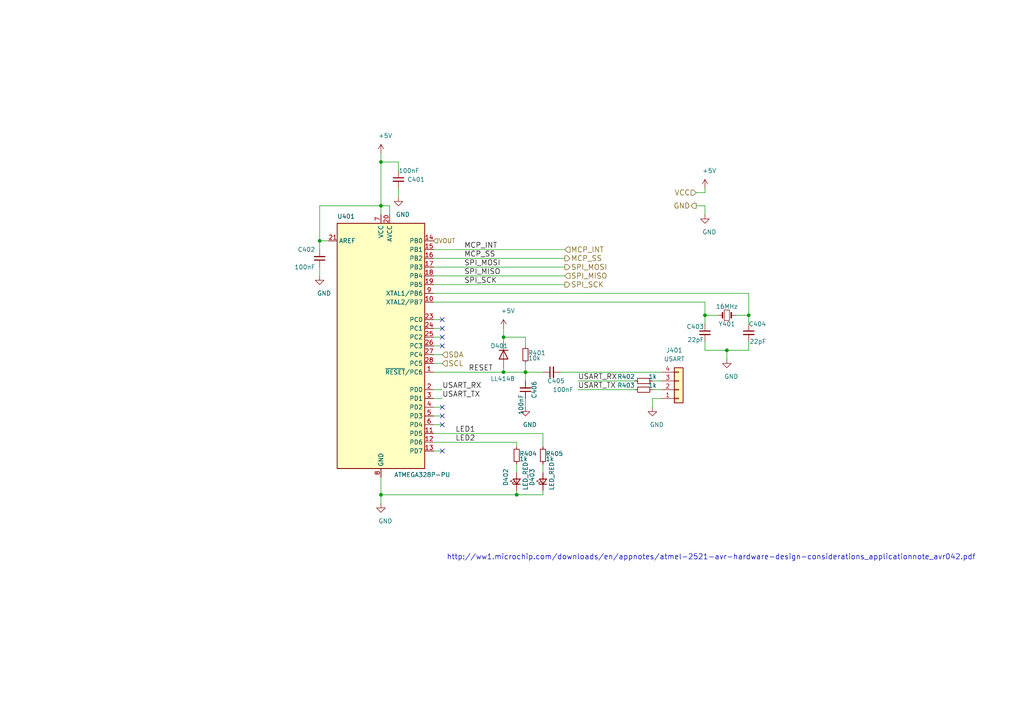
<source format=kicad_sch>
(kicad_sch (version 20231120) (generator "eeschema") (generator_version "8.0")
  (paper "A4")
  (lib_symbols
    (symbol "Connector_Generic:Conn_01x04" (pin_names (offset 1.016) hide)
      (property "Reference" "J" (at 0 5.08 0))
      (property "Value" "Conn_01x04" (at 0 -7.62 0))
      (symbol "Conn_01x04_1_1"
        (rectangle (start -1.27 -4.953) (end 0 -5.207) (stroke (width 0.1524)))
        (rectangle (start -1.27 -2.413) (end 0 -2.667) (stroke (width 0.1524)))
        (rectangle (start -1.27 0.127) (end 0 -0.127) (stroke (width 0.1524)))
        (rectangle (start -1.27 2.667) (end 0 2.413) (stroke (width 0.1524)))
        (rectangle (start -1.27 3.81) (end 1.27 -6.35) (stroke (width 0.254)) (fill (type background)))
        (pin passive line (at -5.08 2.54 0) (length 3.81) (name "Pin_1") (number "1"))
        (pin passive line (at -5.08 0 0) (length 3.81) (name "Pin_2") (number "2"))
        (pin passive line (at -5.08 -2.54 0) (length 3.81) (name "Pin_3") (number "3"))
        (pin passive line (at -5.08 -5.08 0) (length 3.81) (name "Pin_4") (number "4"))
      )
    )
    (symbol "Device:C_Small" (pin_numbers hide) (pin_names (offset 0.254) hide)
      (property "Reference" "C" (at 0.254 1.778 0))
      (property "Value" "C_Small" (at 0.254 -2.032 0))
      (symbol "C_Small_0_1"
        (polyline (pts (xy -1.524 -0.508) (xy 1.524 -0.508)) (stroke (width 0.3302)))
        (polyline (pts (xy -1.524 0.508) (xy 1.524 0.508)) (stroke (width 0.3048)))
      )
      (symbol "C_Small_1_1"
        (pin passive line (at 0 2.54 270) (length 2.032) (name "~") (number "1"))
        (pin passive line (at 0 -2.54 90) (length 2.032) (name "~") (number "2"))
      )
    )
    (symbol "Device:Crystal_Small" (pin_numbers hide) (pin_names (offset 1.016) hide)
      (property "Reference" "Y" (at 0 2.54 0))
      (property "Value" "Crystal_Small" (at 0 -2.54 0))
      (symbol "Crystal_Small_0_1"
        (rectangle (start -0.762 -1.524) (end 0.762 1.524))
        (polyline (pts (xy -1.27 -0.762) (xy -1.27 0.762)) (stroke (width 0.381)))
        (polyline (pts (xy 1.27 -0.762) (xy 1.27 0.762)) (stroke (width 0.381)))
      )
      (symbol "Crystal_Small_1_1"
        (pin passive line (at -2.54 0 0) (length 1.27) (name "1") (number "1"))
        (pin passive line (at 2.54 0 180) (length 1.27) (name "2") (number "2"))
      )
    )
    (symbol "Device:LED_Small" (pin_numbers hide) (pin_names (offset 0.254) hide)
      (property "Reference" "D" (at -1.27 3.175 0))
      (property "Value" "LED_Small" (at -4.445 -2.54 0))
      (symbol "LED_Small_0_1"
        (polyline (pts (xy -0.762 -1.016) (xy -0.762 1.016)) (stroke (width 0.254)))
        (polyline (pts (xy 1.016 0) (xy -0.762 0)))
        (polyline (pts (xy 0.762 -1.016) (xy -0.762 0) (xy 0.762 1.016) (xy 0.762 -1.016)) (stroke (width 0.254)))
        (polyline (pts (xy 0 0.762) (xy -0.508 1.27) (xy -0.254 1.27) (xy -0.508 1.27) (xy -0.508 1.016)))
        (polyline (pts (xy 0.508 1.27) (xy 0 1.778) (xy 0.254 1.778) (xy 0 1.778) (xy 0 1.524)))
      )
      (symbol "LED_Small_1_1"
        (pin passive line (at -2.54 0 0) (length 1.778) (name "K") (number "1"))
        (pin passive line (at 2.54 0 180) (length 1.778) (name "A") (number "2"))
      )
    )
    (symbol "Device:R_Small" (pin_numbers hide) (pin_names (offset 0.254) hide)
      (property "Reference" "R" (at 0.762 0.508 0))
      (property "Value" "R_Small" (at 0.762 -1.016 0))
      (symbol "R_Small_0_1"
        (rectangle (start -0.762 1.778) (end 0.762 -1.778) (stroke (width 0.2032)))
      )
      (symbol "R_Small_1_1"
        (pin passive line (at 0 2.54 270) (length 0.762) (name "~") (number "1"))
        (pin passive line (at 0 -2.54 90) (length 0.762) (name "~") (number "2"))
      )
    )
    (symbol "Diode:LL4148" (pin_numbers hide) (pin_names hide)
      (property "Reference" "D" (at 0 2.54 0))
      (property "Value" "LL4148" (at 0 -2.54 0))
      (symbol "LL4148_0_1"
        (polyline (pts (xy -1.27 1.27) (xy -1.27 -1.27)) (stroke (width 0.254)))
        (polyline (pts (xy 1.27 0) (xy -1.27 0)))
        (polyline (pts (xy 1.27 1.27) (xy 1.27 -1.27) (xy -1.27 0) (xy 1.27 1.27)) (stroke (width 0.254)))
      )
      (symbol "LL4148_1_1"
        (pin passive line (at -3.81 0 0) (length 2.54) (name "K") (number "1"))
        (pin passive line (at 3.81 0 180) (length 2.54) (name "A") (number "2"))
      )
    )
    (symbol "basicsensormodule-rescue:+5V-power" (power) (pin_names (offset 0))
      (property "Value" "power_+5V" (at 0 3.556 0))
      (symbol "+5V-power_0_1"
        (polyline (pts (xy -0.762 1.27) (xy 0 2.54)))
        (polyline (pts (xy 0 0) (xy 0 2.54)))
        (polyline (pts (xy 0 2.54) (xy 0.762 1.27)))
      )
      (symbol "+5V-power_1_1"
        (pin power_in line (at 0 0 90) (length 0) hide (name "+5V") (number "1"))
      )
    )
    (symbol "basicsensormodule-rescue:ATmega328P-PU-MCU_Microchip_ATmega"
      (property "Reference" "U" (at -12.7 36.83 0))
      (property "Value" "ATmega328P-PU-MCU_Microchip_ATmega" (at 2.54 -36.83 0))
      (symbol "ATmega328P-PU-MCU_Microchip_ATmega_0_1"
        (rectangle (start -12.7 -35.56) (end 12.7 35.56) (stroke (width 0.254)) (fill (type background)))
      )
      (symbol "ATmega328P-PU-MCU_Microchip_ATmega_1_1"
        (pin tri_state line (at 15.24 -7.62 180) (length 2.54) (name "~{RESET}/PC6") (number "1"))
        (pin tri_state line (at 15.24 12.7 180) (length 2.54) (name "XTAL2/PB7") (number "10"))
        (pin tri_state line (at 15.24 -25.4 180) (length 2.54) (name "PD5") (number "11"))
        (pin tri_state line (at 15.24 -27.94 180) (length 2.54) (name "PD6") (number "12"))
        (pin tri_state line (at 15.24 -30.48 180) (length 2.54) (name "PD7") (number "13"))
        (pin tri_state line (at 15.24 30.48 180) (length 2.54) (name "PB0") (number "14"))
        (pin tri_state line (at 15.24 27.94 180) (length 2.54) (name "PB1") (number "15"))
        (pin tri_state line (at 15.24 25.4 180) (length 2.54) (name "PB2") (number "16"))
        (pin tri_state line (at 15.24 22.86 180) (length 2.54) (name "PB3") (number "17"))
        (pin tri_state line (at 15.24 20.32 180) (length 2.54) (name "PB4") (number "18"))
        (pin tri_state line (at 15.24 17.78 180) (length 2.54) (name "PB5") (number "19"))
        (pin tri_state line (at 15.24 -12.7 180) (length 2.54) (name "PD0") (number "2"))
        (pin power_in line (at 2.54 38.1 270) (length 2.54) (name "AVCC") (number "20"))
        (pin passive line (at -15.24 30.48 0) (length 2.54) (name "AREF") (number "21"))
        (pin passive line (at 0 -38.1 90) (length 2.54) hide (name "GND") (number "22"))
        (pin tri_state line (at 15.24 7.62 180) (length 2.54) (name "PC0") (number "23"))
        (pin tri_state line (at 15.24 5.08 180) (length 2.54) (name "PC1") (number "24"))
        (pin tri_state line (at 15.24 2.54 180) (length 2.54) (name "PC2") (number "25"))
        (pin tri_state line (at 15.24 0 180) (length 2.54) (name "PC3") (number "26"))
        (pin tri_state line (at 15.24 -2.54 180) (length 2.54) (name "PC4") (number "27"))
        (pin tri_state line (at 15.24 -5.08 180) (length 2.54) (name "PC5") (number "28"))
        (pin tri_state line (at 15.24 -15.24 180) (length 2.54) (name "PD1") (number "3"))
        (pin tri_state line (at 15.24 -17.78 180) (length 2.54) (name "PD2") (number "4"))
        (pin tri_state line (at 15.24 -20.32 180) (length 2.54) (name "PD3") (number "5"))
        (pin tri_state line (at 15.24 -22.86 180) (length 2.54) (name "PD4") (number "6"))
        (pin power_in line (at 0 38.1 270) (length 2.54) (name "VCC") (number "7"))
        (pin power_in line (at 0 -38.1 90) (length 2.54) (name "GND") (number "8"))
        (pin tri_state line (at 15.24 15.24 180) (length 2.54) (name "XTAL1/PB6") (number "9"))
      )
    )
    (symbol "basicsensormodule-rescue:GND-power" (power) (pin_names (offset 0))
      (property "Value" "power_GND" (at 0 -3.81 0))
      (symbol "GND-power_0_1"
        (polyline (pts (xy 0 0) (xy 0 -1.27) (xy 1.27 -1.27) (xy 0 -2.54) (xy -1.27 -1.27) (xy 0 -1.27)))
      )
      (symbol "GND-power_1_1"
        (pin power_in line (at 0 0 270) (length 0) hide (name "GND") (number "1"))
      )
    )
  )
  (junction (at 146.05 107.95))
  (junction (at 146.05 97.79))
  (junction (at 110.49 59.69))
  (junction (at 92.71 69.85))
  (junction (at 110.49 46.99))
  (junction (at 210.82 101.6))
  (junction (at 152.4 107.95))
  (junction (at 204.47 91.44))
  (junction (at 217.17 91.44))
  (junction (at 149.86 143.51))
  (junction (at 110.49 143.51))
  (no_connect (at 128.27 95.25))
  (no_connect (at 128.27 130.81))
  (no_connect (at 128.27 120.65))
  (no_connect (at 128.27 118.11))
  (no_connect (at 128.27 92.71))
  (no_connect (at 128.27 100.33))
  (no_connect (at 128.27 97.79))
  (no_connect (at 128.27 123.19))
  (wire (pts (xy 149.86 143.51) (xy 157.48 143.51)))
  (wire (pts (xy 152.4 105.41) (xy 152.4 107.95)))
  (wire (pts (xy 217.17 91.44) (xy 213.36 91.44)))
  (wire (pts (xy 146.05 107.95) (xy 152.4 107.95)))
  (wire (pts (xy 149.86 142.24) (xy 149.86 143.51)))
  (wire (pts (xy 125.73 113.03) (xy 128.27 113.03)))
  (wire (pts (xy 157.48 134.62) (xy 157.48 137.16)))
  (wire (pts (xy 125.73 125.73) (xy 157.48 125.73)))
  (wire (pts (xy 125.73 100.33) (xy 128.27 100.33)))
  (wire (pts (xy 152.4 100.33) (xy 152.4 97.79)))
  (wire (pts (xy 125.73 85.09) (xy 217.17 85.09)))
  (wire (pts (xy 149.86 134.62) (xy 149.86 137.16)))
  (wire (pts (xy 110.49 138.43) (xy 110.49 143.51)))
  (wire (pts (xy 128.27 115.57) (xy 125.73 115.57)))
  (wire (pts (xy 92.71 69.85) (xy 92.71 72.39)))
  (wire (pts (xy 110.49 59.69) (xy 113.03 59.69)))
  (wire (pts (xy 110.49 143.51) (xy 110.49 146.05)))
  (wire (pts (xy 125.73 74.93) (xy 163.83 74.93)))
  (wire (pts (xy 125.73 87.63) (xy 204.47 87.63)))
  (wire (pts (xy 163.83 80.01) (xy 125.73 80.01)))
  (wire (pts (xy 128.27 92.71) (xy 125.73 92.71)))
  (wire (pts (xy 204.47 91.44) (xy 204.47 93.98)))
  (wire (pts (xy 217.17 101.6) (xy 217.17 99.06)))
  (wire (pts (xy 92.71 69.85) (xy 95.25 69.85)))
  (wire (pts (xy 204.47 87.63) (xy 204.47 91.44)))
  (wire (pts (xy 204.47 101.6) (xy 210.82 101.6)))
  (wire (pts (xy 201.93 55.88) (xy 204.47 55.88)))
  (wire (pts (xy 125.73 97.79) (xy 128.27 97.79)))
  (wire (pts (xy 146.05 97.79) (xy 152.4 97.79)))
  (wire (pts (xy 210.82 104.14) (xy 210.82 101.6)))
  (wire (pts (xy 128.27 95.25) (xy 125.73 95.25)))
  (wire (pts (xy 152.4 107.95) (xy 152.4 110.49)))
  (wire (pts (xy 167.64 113.03) (xy 184.15 113.03)))
  (wire (pts (xy 146.05 106.68) (xy 146.05 107.95)))
  (wire (pts (xy 217.17 91.44) (xy 217.17 93.98)))
  (wire (pts (xy 152.4 115.57) (xy 152.4 118.11)))
  (wire (pts (xy 167.64 110.49) (xy 184.15 110.49)))
  (wire (pts (xy 204.47 55.88) (xy 204.47 54.61)))
  (wire (pts (xy 115.57 46.99) (xy 110.49 46.99)))
  (wire (pts (xy 110.49 62.23) (xy 110.49 59.69)))
  (wire (pts (xy 162.56 107.95) (xy 191.77 107.95)))
  (wire (pts (xy 125.73 118.11) (xy 128.27 118.11)))
  (wire (pts (xy 113.03 62.23) (xy 113.03 59.69)))
  (wire (pts (xy 189.23 115.57) (xy 191.77 115.57)))
  (wire (pts (xy 110.49 59.69) (xy 92.71 59.69)))
  (wire (pts (xy 125.73 77.47) (xy 163.83 77.47)))
  (wire (pts (xy 217.17 85.09) (xy 217.17 91.44)))
  (wire (pts (xy 189.23 113.03) (xy 191.77 113.03)))
  (wire (pts (xy 210.82 101.6) (xy 217.17 101.6)))
  (wire (pts (xy 149.86 128.27) (xy 149.86 129.54)))
  (wire (pts (xy 125.73 123.19) (xy 128.27 123.19)))
  (wire (pts (xy 125.73 107.95) (xy 146.05 107.95)))
  (wire (pts (xy 125.73 82.55) (xy 163.83 82.55)))
  (wire (pts (xy 115.57 57.15) (xy 115.57 54.61)))
  (wire (pts (xy 152.4 107.95) (xy 157.48 107.95)))
  (wire (pts (xy 204.47 59.69) (xy 204.47 62.23)))
  (wire (pts (xy 189.23 110.49) (xy 191.77 110.49)))
  (wire (pts (xy 92.71 59.69) (xy 92.71 69.85)))
  (wire (pts (xy 157.48 142.24) (xy 157.48 143.51)))
  (wire (pts (xy 115.57 49.53) (xy 115.57 46.99)))
  (wire (pts (xy 110.49 143.51) (xy 149.86 143.51)))
  (wire (pts (xy 128.27 120.65) (xy 125.73 120.65)))
  (wire (pts (xy 110.49 46.99) (xy 110.49 44.45)))
  (wire (pts (xy 204.47 101.6) (xy 204.47 99.06)))
  (wire (pts (xy 110.49 46.99) (xy 110.49 59.69)))
  (wire (pts (xy 128.27 105.41) (xy 125.73 105.41)))
  (wire (pts (xy 125.73 72.39) (xy 163.83 72.39)))
  (wire (pts (xy 146.05 95.25) (xy 146.05 97.79)))
  (wire (pts (xy 189.23 118.11) (xy 189.23 115.57)))
  (wire (pts (xy 92.71 77.47) (xy 92.71 80.01)))
  (wire (pts (xy 201.93 59.69) (xy 204.47 59.69)))
  (wire (pts (xy 208.28 91.44) (xy 204.47 91.44)))
  (wire (pts (xy 146.05 99.06) (xy 146.05 97.79)))
  (wire (pts (xy 157.48 125.73) (xy 157.48 129.54)))
  (wire (pts (xy 125.73 128.27) (xy 149.86 128.27)))
  (wire (pts (xy 125.73 130.81) (xy 128.27 130.81)))
  (wire (pts (xy 125.73 102.87) (xy 128.27 102.87)))
  (text "http://ww1.microchip.com/downloads/en/appnotes/atmel-2521-avr-hardware-design-considerations_applicationnote_avr042.pdf" (at 129.54 162.56 0) (effects (font (size 1.524 1.524)) (justify left bottom)))
  (label "SPI_MISO" (at 134.62 80.01 0) (effects (font (size 1.524 1.524))))
  (label "USART_TX" (at 167.64 113.03 0) (effects (font (size 1.524 1.524))))
  (label "USART_RX" (at 128.27 113.03 0) (effects (font (size 1.524 1.524))))
  (label "RESET" (at 135.89 107.95 0) (effects (font (size 1.524 1.524))))
  (label "USART_TX" (at 128.27 115.57 0) (effects (font (size 1.524 1.524))))
  (label "MCP_SS" (at 134.62 74.93 0) (effects (font (size 1.524 1.524))))
  (label "SPI_SCK" (at 134.62 82.55 0) (effects (font (size 1.524 1.524))))
  (label "LED1" (at 132.08 125.73 0) (effects (font (size 1.524 1.524))))
  (label "USART_RX" (at 167.64 110.49 0) (effects (font (size 1.524 1.524))))
  (label "MCP_INT" (at 134.62 72.39 0) (effects (font (size 1.524 1.524))))
  (label "LED2" (at 132.08 128.27 0) (effects (font (size 1.524 1.524))))
  (label "SPI_MOSI" (at 134.62 77.47 0) (effects (font (size 1.524 1.524))))
  (hierarchical_label "SPI_MISO" (shape input) (at 163.83 80.01 0) (effects (font (size 1.524 1.524))))
  (hierarchical_label "SPI_SCK" (shape output) (at 163.83 82.55 0) (effects (font (size 1.524 1.524))))
  (hierarchical_label "SPI_MOSI" (shape output) (at 163.83 77.47 0) (effects (font (size 1.524 1.524))))
  (hierarchical_label "MCP_INT" (shape input) (at 163.83 72.39 0) (effects (font (size 1.524 1.524))))
  (hierarchical_label "VCC" (shape input) (at 201.93 55.88 180) (effects (font (size 1.524 1.524))))
  (hierarchical_label "SCL" (shape input) (at 128.27 105.41 0) (effects (font (size 1.524 1.524))))
  (hierarchical_label "GND" (shape output) (at 201.93 59.69 180) (effects (font (size 1.524 1.524))))
  (hierarchical_label "VOUT" (shape input) (at 125.73 69.85 0))
  (hierarchical_label "MCP_SS" (shape output) (at 163.83 74.93 0) (effects (font (size 1.524 1.524))))
  (hierarchical_label "SDA" (shape input) (at 128.27 102.87 0) (effects (font (size 1.524 1.524))))
  (symbol (lib_id "basicsensormodule-rescue:ATmega328P-PU-MCU_Microchip_ATmega") (at 110.49 100.33 0) (unit 1)
    (property "Reference" "U401" (at 97.79 63.5 0) (effects (justify left bottom)))
    (property "Value" "ATMEGA328P-PU" (at 114.3 138.43 0) (effects (justify left bottom)))
    (property "Footprint" "Package_DIP:DIP-28_W7.62mm_Socket" (effects (hide yes)))
  )
  (symbol (lib_id "Device:Crystal_Small") (at 210.82 91.44 0) (mirror x) (unit 1)
    (property "Reference" "Y401" (at 210.82 93.98 0))
    (property "Value" "16MHz" (at 210.82 88.9 0))
    (property "Footprint" "Crystal:Crystal_HC49-U_Vertical" (effects (hide yes)))
    (property "Datasheet" "http://www.farnell.com/datasheets/321153.pdf" (effects (hide yes)))
  )
  (symbol (lib_id "Device:C_Small") (at 204.47 96.52 0) (mirror y) (unit 1)
    (property "Reference" "C403" (at 204.216 94.742 0) (effects (justify left)))
    (property "Value" "22pF" (at 204.216 98.552 0) (effects (justify left)))
    (property "Footprint" "Capacitor_SMD:C_0805_2012Metric_Pad1.15x1.40mm_HandSolder" (effects (hide yes)))
  )
  (symbol (lib_id "Device:C_Small") (at 217.17 96.52 0) (mirror y) (unit 1)
    (property "Reference" "C404" (at 222.25 93.98 0) (effects (justify left)))
    (property "Value" "22pF" (at 222.25 99.06 0) (effects (justify left)))
    (property "Footprint" "Capacitor_SMD:C_0805_2012Metric_Pad1.15x1.40mm_HandSolder" (effects (hide yes)))
  )
  (symbol (lib_id "Device:R_Small") (at 152.4 102.87 0) (unit 1)
    (property "Reference" "R401" (at 153.162 102.362 0) (effects (justify left)))
    (property "Value" "10k" (at 153.162 103.886 0) (effects (justify left)))
    (property "Footprint" "Resistor_SMD:R_0805_2012Metric_Pad1.15x1.40mm_HandSolder" (effects (hide yes)))
  )
  (symbol (lib_id "Device:C_Small") (at 152.4 113.03 180) (unit 1)
    (property "Reference" "C406" (at 154.94 110.49 90) (effects (justify left)))
    (property "Value" "100nF" (at 151.13 114.3 90) (effects (justify left)))
    (property "Footprint" "Capacitor_SMD:C_0805_2012Metric_Pad1.15x1.40mm_HandSolder" (effects (hide yes)))
  )
  (symbol (lib_id "Device:LED_Small") (at 149.86 139.7 90) (unit 1)
    (property "Reference" "D402" (at 146.685 140.97 0) (effects (justify left)))
    (property "Value" "LED_RED" (at 152.4 142.24 0) (effects (justify left)))
    (property "Footprint" "LED_SMD:LED_0805_2012Metric_Pad1.15x1.40mm_HandSolder" (effects (hide yes)))
  )
  (symbol (lib_id "Device:R_Small") (at 149.86 132.08 0) (unit 1)
    (property "Reference" "R404" (at 150.622 131.572 0) (effects (justify left)))
    (property "Value" "1k" (at 150.622 133.096 0) (effects (justify left)))
    (property "Footprint" "Resistor_SMD:R_0805_2012Metric_Pad1.15x1.40mm_HandSolder" (effects (hide yes)))
  )
  (symbol (lib_id "Device:R_Small") (at 186.69 110.49 90) (unit 1)
    (property "Reference" "R402" (at 184.15 109.22 90) (effects (justify left)))
    (property "Value" "1k" (at 190.5 109.22 90) (effects (justify left)))
    (property "Footprint" "Resistor_SMD:R_0805_2012Metric_Pad1.15x1.40mm_HandSolder" (effects (hide yes)))
  )
  (symbol (lib_id "Device:R_Small") (at 186.69 113.03 90) (unit 1)
    (property "Reference" "R403" (at 184.15 111.76 90) (effects (justify left)))
    (property "Value" "1k" (at 190.5 111.76 90) (effects (justify left)))
    (property "Footprint" "Resistor_SMD:R_0805_2012Metric_Pad1.15x1.40mm_HandSolder" (effects (hide yes)))
  )
  (symbol (lib_id "Device:LED_Small") (at 157.48 139.7 90) (unit 1)
    (property "Reference" "D403" (at 154.305 140.97 0) (effects (justify left)))
    (property "Value" "LED_RED" (at 160.02 142.24 0) (effects (justify left)))
    (property "Footprint" "LED_SMD:LED_0805_2012Metric_Pad1.15x1.40mm_HandSolder" (effects (hide yes)))
  )
  (symbol (lib_id "Device:R_Small") (at 157.48 132.08 0) (unit 1)
    (property "Reference" "R405" (at 158.242 131.572 0) (effects (justify left)))
    (property "Value" "1k" (at 158.242 133.096 0) (effects (justify left)))
    (property "Footprint" "Resistor_SMD:R_0805_2012Metric_Pad1.15x1.40mm_HandSolder" (effects (hide yes)))
  )
  (symbol (lib_id "Diode:LL4148") (at 146.05 102.87 90) (mirror x) (unit 1)
    (property "Reference" "D401" (at 142.24 100.33 90) (effects (justify right)))
    (property "Value" "LL4148" (at 142.24 109.855 90) (effects (justify right)))
    (property "Footprint" "Diode_SMD:D_MiniMELF_Handsoldering" (effects (hide yes)))
    (property "Datasheet" "http://www.vishay.com/docs/85557/ll4148.pdf" (effects (hide yes)))
  )
  (symbol (lib_id "basicsensormodule-rescue:GND-power") (at 210.82 104.14 0) (unit 1)
    (property "Reference" "#PWR0407" (effects (hide yes)))
    (property "Value" "GND" (at 212.09 109.22 0))
  )
  (symbol (lib_id "basicsensormodule-rescue:GND-power") (at 110.49 146.05 0) (unit 1)
    (property "Reference" "#PWR0412" (effects (hide yes)))
    (property "Value" "GND" (at 111.76 151.13 0))
  )
  (symbol (lib_id "basicsensormodule-rescue:GND-power") (at 204.47 62.23 0) (unit 1)
    (property "Reference" "#PWR0404" (effects (hide yes)))
    (property "Value" "GND" (at 205.74 67.31 0))
  )
  (symbol (lib_id "Connector_Generic:Conn_01x04") (at 196.85 113.03 0) (mirror x) (unit 1)
    (property "Reference" "J401" (at 195.58 101.6 0))
    (property "Value" "USART" (at 195.58 104.14 0))
    (property "Footprint" "Connector_PinHeader_2.54mm:PinHeader_1x04_P2.54mm_Vertical" (effects (hide yes)))
  )
  (symbol (lib_id "basicsensormodule-rescue:GND-power") (at 152.4 118.11 0) (unit 1)
    (property "Reference" "#PWR0408" (effects (hide yes)))
    (property "Value" "GND" (at 153.67 123.19 0))
  )
  (symbol (lib_id "Device:C_Small") (at 160.02 107.95 90) (unit 1)
    (property "Reference" "C405" (at 163.83 110.49 90) (effects (justify left)))
    (property "Value" "100nF" (at 166.37 113.03 90) (effects (justify left)))
    (property "Footprint" "Capacitor_SMD:C_0805_2012Metric_Pad1.15x1.40mm_HandSolder" (effects (hide yes)))
  )
  (symbol (lib_id "basicsensormodule-rescue:GND-power") (at 189.23 118.11 0) (unit 1)
    (property "Reference" "#PWR0409" (effects (hide yes)))
    (property "Value" "GND" (at 190.5 123.19 0))
  )
  (symbol (lib_id "Device:C_Small") (at 115.57 52.07 0) (unit 1)
    (property "Reference" "C401" (at 118.11 52.07 0) (effects (justify left)))
    (property "Value" "100nF" (at 115.57 49.53 0) (effects (justify left)))
    (property "Footprint" "Capacitor_SMD:C_0805_2012Metric_Pad1.15x1.40mm_HandSolder" (effects (hide yes)))
  )
  (symbol (lib_id "basicsensormodule-rescue:+5V-power") (at 110.49 44.45 0) (unit 1)
    (property "Reference" "#PWR0401" (effects (hide yes)))
    (property "Value" "+5V" (at 111.76 39.37 0))
  )
  (symbol (lib_id "basicsensormodule-rescue:+5V-power") (at 204.47 54.61 0) (unit 1)
    (property "Reference" "#PWR0402" (effects (hide yes)))
    (property "Value" "+5V" (at 205.74 49.53 0))
  )
  (symbol (lib_id "basicsensormodule-rescue:+5V-power") (at 146.05 95.25 0) (unit 1)
    (property "Reference" "#PWR0406" (effects (hide yes)))
    (property "Value" "+5V" (at 147.32 90.17 0))
  )
  (symbol (lib_id "basicsensormodule-rescue:GND-power") (at 115.57 57.15 0) (unit 1)
    (property "Reference" "#PWR0403" (effects (hide yes)))
    (property "Value" "GND" (at 116.84 62.23 0))
  )
  (symbol (lib_id "Device:C_Small") (at 92.71 74.93 180) (unit 1)
    (property "Reference" "C402" (at 91.44 72.39 0) (effects (justify left)))
    (property "Value" "100nF" (at 91.44 77.47 0) (effects (justify left)))
    (property "Footprint" "Capacitor_SMD:C_0805_2012Metric_Pad1.15x1.40mm_HandSolder" (effects (hide yes)))
  )
  (symbol (lib_id "basicsensormodule-rescue:GND-power") (at 92.71 80.01 0) (unit 1)
    (property "Reference" "#PWR0405" (effects (hide yes)))
    (property "Value" "GND" (at 93.98 85.09 0))
  )
)
</source>
